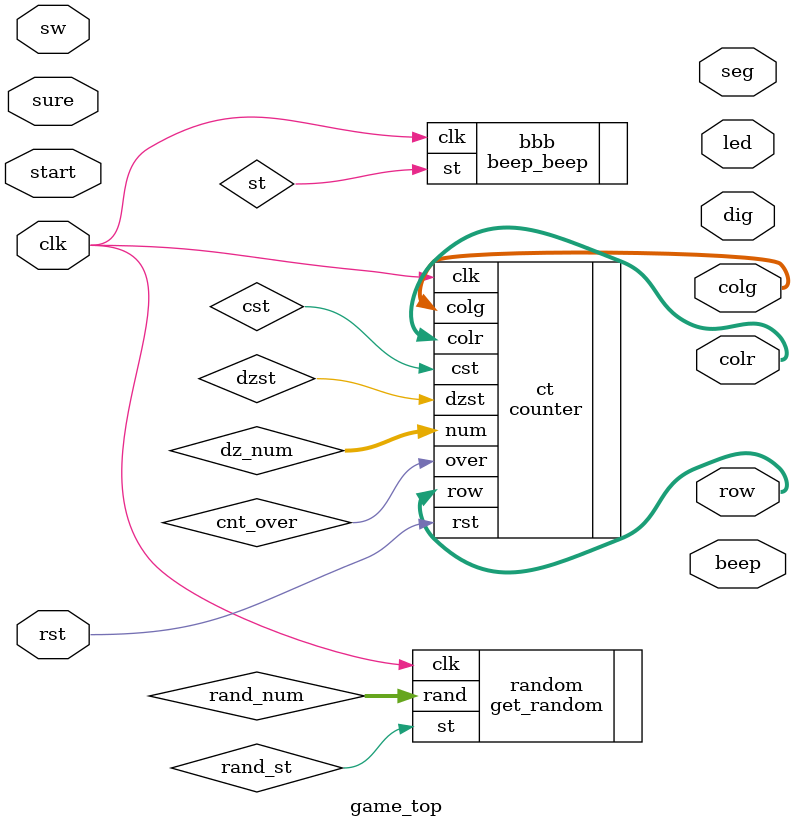
<source format=v>
module game_top(
    input clk, start, rst, sure,//Ê±ÖÓ sw7 btn7 btn0
    input [6:0] sw,//ÊäÈë¿ª¹Ø
    output [15:0]led,//led
    output [7:0] seg,//¶ÎÂë
    output [7:0] dig,//Î»Âë
    output [7:0] row, colg, colr,
    //µãÕóÏÔÊ¾
    output beep//·äÃùÆ÷Êä³ö
);

reg cst, dzst, bst, dst, rand_st;//st sign
reg [2:0] dz_num;
reg [1:0] disp_num;
wire [6:0] rand_num;
wire beep_over, cnt_over;

get_random random(
    .clk(clk),
    .st(rand_st),
    .rand(rand_num)
);

counter ct(
    .clk(clk),
    .rst(rst),
    .cst(cst),
    .dzst(dzst),
    .num(dz_num),
    .row(row),
    .colr(colr),
    .colg(colg),
    .over(cnt_over)
);

beep_beep bbb(
    .clk(clk),
    .st(st),
    
);


//btn0Óëbtn7¾ù²»ÓÃÏû¶¶

//×´Ì¬¶¨Òå
//0:sw7=0,nothing is open
//1:sw7=1,dz_greet
//2:click btn7 game1 begin
//3:game2
//4:game3
//5:vectory show

//need module:
//get_random
//dz_show
//counter
//beep_beep
//disp_show




endmodule
</source>
